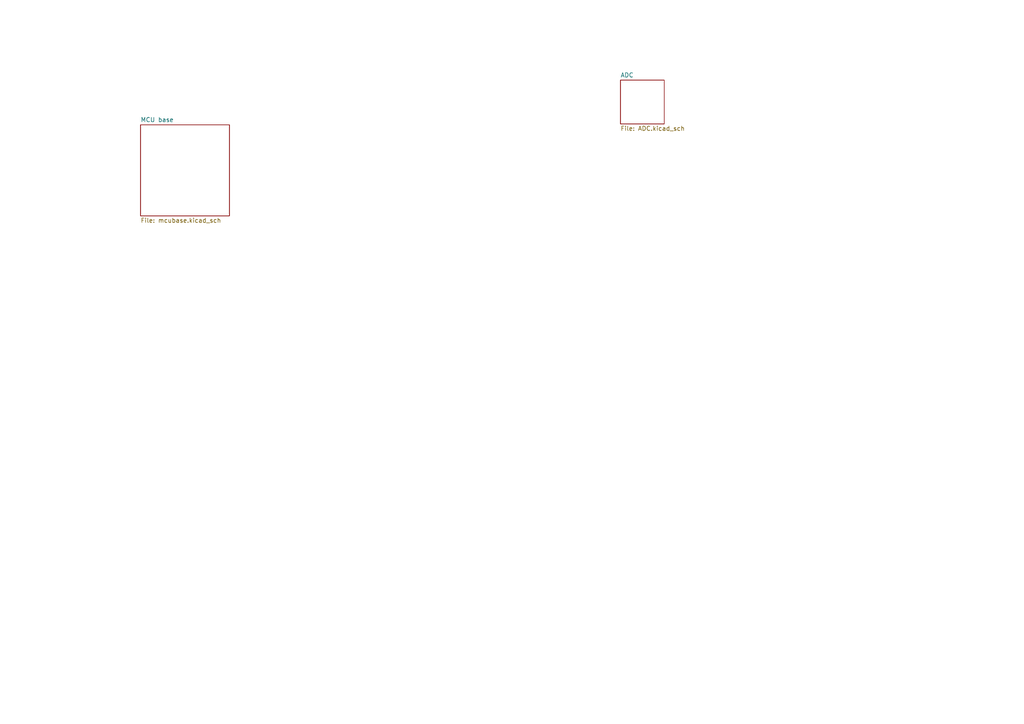
<source format=kicad_sch>
(kicad_sch (version 20211123) (generator eeschema)
  (paper "A4")
  (lib_symbols)
  (sheet (at 40.767 36.195) (size 25.781 26.416) (stroke (width 0.1524))
    (property "Sheet name" "MCU base" (at 40.767 35.4834 0) (effects (justify left bottom)))
    (property "Sheet file" "mcubase.kicad_sch" (at 40.767 63.1956 0) (effects (justify left top)))
  )
  (sheet (at 179.959 23.241) (size 12.7 12.7) (stroke (width 0.1524))
    (property "Sheet name" "ADC" (at 179.959 22.5294 0) (effects (justify left bottom)))
    (property "Sheet file" "ADC.kicad_sch" (at 179.959 36.5256 0) (effects (justify left top)))
  )
)
</source>
